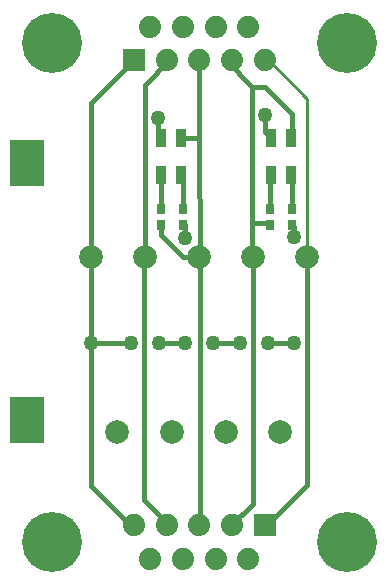
<source format=gtl>
G04 DipTrace 3.3.1.3*
G04 LEDboxV0.2.gtl*
%MOMM*%
G04 #@! TF.FileFunction,Copper,L1,Top*
G04 #@! TF.Part,Single*
G04 #@! TA.AperFunction,Conductor*
%ADD14C,0.381*%
%ADD15C,0.254*%
G04 #@! TA.AperFunction,ComponentPad*
%ADD19R,3.0X4.0*%
%ADD21R,1.8796X1.8796*%
%ADD22C,1.8796*%
%ADD23C,5.08*%
%ADD24C,2.0*%
%ADD25R,0.9X1.5*%
%ADD26R,0.7X0.9*%
G04 #@! TA.AperFunction,ViaPad*
%ADD27C,1.27*%
%FSLAX35Y35*%
G04*
G71*
G90*
G75*
G01*
G04 Top*
%LPD*%
X2943813Y3067843D2*
D14*
Y975317D1*
X2762247Y793750D1*
X2767750D1*
X2943813Y3067843D2*
X2936877Y3074780D1*
Y3349627D1*
Y4508500D1*
X2714623Y4730753D1*
X2767750D1*
X3271937Y4072373D2*
X3276560D1*
Y4279937D1*
X3047997Y4508500D1*
X2936877D1*
X3087560Y3338687D2*
X3076620Y3349627D1*
X2936877D1*
X2487407Y3067843D2*
X2498687Y3056563D1*
Y793750D1*
X2490750D1*
X2487407Y3067843D2*
X2500590Y3050137D1*
X2490750Y4072373D1*
Y4730753D1*
X2165313Y3338687D2*
Y3254373D1*
X2351843Y3067843D1*
X2487407D1*
X2335313Y4072373D2*
X2490750D1*
X1936750Y793750D2*
X1905003D1*
X1574593Y1124160D1*
Y3067843D1*
Y4368597D1*
X1936750Y4730753D1*
X3070187Y2333627D2*
X3292437D1*
X1577937D2*
X1911310D1*
X2149440D2*
X2371687D1*
X2609810D2*
X2832060D1*
X2355813Y3338687D2*
X2371687D1*
Y3222623D1*
X3101937Y4072373D2*
X3048000Y4126310D1*
Y4270373D1*
X3276563Y3338687D2*
X3292437Y3322813D1*
Y3238500D1*
X2165313Y4072373D2*
X2143127Y4094560D1*
Y4238623D1*
X3271937Y3762373D2*
X3276563Y3757747D1*
Y3468687D1*
X3400217Y3067843D2*
X3403563Y3064497D1*
Y1133440D1*
X3063873Y793750D1*
X3044750D1*
X3400217Y3067843D2*
D15*
X3403560Y3071187D1*
Y4406940D1*
X3079747Y4730753D1*
X3044750D1*
X2031003Y3067843D2*
D14*
X2022437D1*
Y1009693D1*
X2238380Y793750D1*
X2213750D1*
X2031003Y3067843D2*
Y4523377D1*
X2238380Y4730753D1*
X2213750D1*
X3101937Y3762373D2*
X3087560Y3747997D1*
Y3468687D1*
X2335313Y3762373D2*
X2355813Y3741873D1*
Y3468687D1*
X2165313D2*
Y3762373D1*
D27*
X2371687Y3222623D3*
X3048000Y4270373D3*
X3292437Y3238500D3*
X2143127Y4238623D3*
X3070187Y2333627D3*
X2832060D3*
X2609810D3*
X2371687D3*
X2149440D3*
X1911310D3*
X3292437D3*
X1577937D3*
D19*
X1031873Y1682750D3*
D21*
X3044750Y793750D3*
D22*
X2767750D3*
X2490750D3*
X2213750D3*
X1936750D3*
X2905750Y509750D3*
X2628750D3*
X2352750D3*
X2075750D3*
D23*
X3740750Y651750D3*
X1240750D3*
D21*
X1936750Y4730753D3*
D22*
X2213750D3*
X2490750D3*
X2767750D3*
X3044750D3*
X2075750Y5014753D3*
X2352750D3*
X2628750D3*
X2905750D3*
D23*
X1240750Y4872753D3*
X3740750D3*
D24*
X2031003Y3067843D3*
X1574593D3*
X3177973Y1585520D3*
X2717597D3*
X2257220D3*
X1796847D3*
X3400217Y3067843D3*
X2943813D3*
X2487407D3*
D25*
X3101937Y3762373D3*
Y4072373D3*
X3271937D3*
Y3762373D3*
X2165313D3*
Y4072373D3*
X2335313D3*
Y3762373D3*
D26*
X3276563Y3468687D3*
Y3338687D3*
X3087560Y3468687D3*
Y3338687D3*
X2355813Y3468687D3*
Y3338687D3*
X2165313D3*
Y3468687D3*
D19*
X1031873Y3857623D3*
M02*

</source>
